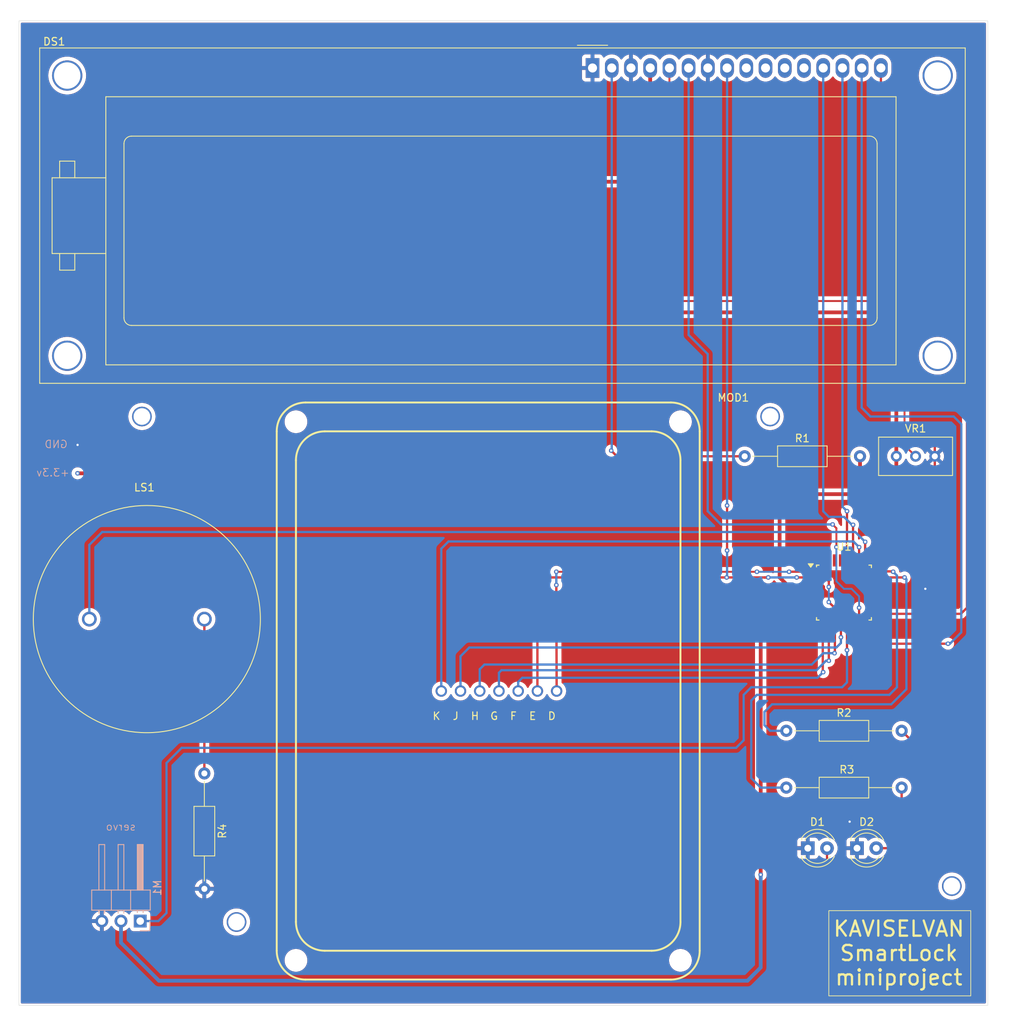
<source format=kicad_pcb>
(kicad_pcb (version 20240108) (generator "pcbnew") (generator_version "8.0")
  (title_block (title "Smart lock") (date "2024-07-17") (rev "v1") (company "kavi") (comment 1 "home automation door smart lock"))
  (layers (0 "F.Cu" signal) (31 "B.Cu" signal) (34 "B.Paste" user) (35 "F.Paste" user) (36 "B.SilkS" user "B.Silkscreen") (37 "F.SilkS" user "F.Silkscreen") (38 "B.Mask" user) (39 "F.Mask" user) (44 "Edge.Cuts" user))
  (net 0 "")
  (net 1 "GND")
  (net 2 "Net-(D1-A)")
  (net 3 "Net-(D2-A)")
  (net 4 "/DB4")
  (net 6 "Net-(DS1-LEDA)")
  (net 7 "/RS")
  (net 8 "+3.3V")
  (net 9 "/DB7")
  (net 11 "/E")
  (net 12 "/DB6")
  (net 13 "/DB5")
  (net 14 "/POTM")
  (net 17 "Net-(LS1-Pad2)")
  (net 18 "/piezo")
  (net 19 "/servo")
  (net 20 "/G")
  (net 21 "/F")
  (net 22 "/D")
  (net 23 "/H")
  (net 24 "/K")
  (net 25 "/J")
  (net 26 "/R LED")
  (net 27 "/G LED")
  (footprint "LED_THT:LED_D4.0mm" (layer "F.Cu") (at 159.225 137.25)
    (property "Reference" "D1" (at 1.27 -3.46 0) (layer "F.SilkS"))
    (property "Value" "R")
    (fp_line (start -0.79 -1.399) (end -0.79 -1.08) (stroke (width 0.12)) (layer "F.SilkS"))
    (fp_line (start -0.79 1.08) (end -0.79 1.399) (stroke (width 0.12)) (layer "F.SilkS"))
    (fp_arc (start -0.79 -1.398749) (mid 1.453519 -2.483228) (end 3.513242 -1.080724) (stroke (width 0.12)) (layer "F.SilkS"))
    (fp_arc (start -0.41333 -1.08) (mid 1.269429 -2) (end 2.952713 -1.080961) (stroke (width 0.12)) (layer "F.SilkS"))
    (fp_arc (start 2.952713 1.080961) (mid 1.269429 2) (end -0.41333 1.08) (stroke (width 0.12)) (layer "F.SilkS"))
    (fp_arc (start 3.513242 1.080724) (mid 1.453519 2.483228) (end -0.79 1.398749) (stroke (width 0.12)) (layer "F.SilkS"))
    (pad "1" thru_hole rect (at 0 0) (size 1.8 1.8) (drill 0.9) (layers "*.Cu" "*.Mask") (net 1 "GND"))
    (pad "2" thru_hole circle (at 2.54 0) (size 1.8 1.8) (drill 0.9) (layers "*.Cu" "*.Mask") (net 2 "Net-(D1-A)"))
  )
  (footprint "88AB2:KEYPAD-3X4-REAR-MOUNT" (layer "F.Cu") (at 117 116.5)
    (property "Reference" "MOD1" (at 32.385 -38.735 0) (layer "F.SilkS"))
    (property "Value" "88AB2")
    (fp_line (start -27.94 34.29) (end -27.94 -34.29) (stroke (width 0.254)) (layer "F.SilkS"))
    (fp_line (start -25.4 30.48) (end -25.4 -30.48) (stroke (width 0.254)) (layer "F.SilkS"))
    (fp_line (start -24.13 -38.1) (end 24.13 -38.1) (stroke (width 0.254)) (layer "F.SilkS"))
    (fp_line (start -21.59 -34.29) (end 21.59 -34.29) (stroke (width 0.254)) (layer "F.SilkS"))
    (fp_line (start 21.59 34.29) (end -21.59 34.29) (stroke (width 0.254)) (layer "F.SilkS"))
    (fp_line (start 24.13 38.1) (end -24.13 38.1) (stroke (width 0.254)) (layer "F.SilkS"))
    (fp_line (start 25.4 -30.48) (end 25.4 30.48) (stroke (width 0.254)) (layer "F.SilkS"))
    (fp_line (start 27.94 -34.29) (end 27.94 34.29) (stroke (width 0.254)) (layer "F.SilkS"))
    (fp_arc (start -27.94 -34.29) (mid -26.824077 -36.984077) (end -24.13 -38.1) (stroke (width 0.254)) (layer "F.SilkS"))
    (fp_arc (start -25.4 -30.48) (mid -24.284077 -33.174077) (end -21.59 -34.29) (stroke (width 0.254)) (layer "F.SilkS"))
    (fp_arc (start -24.13 38.1) (mid -26.824077 36.984077) (end -27.94 34.29) (stroke (width 0.254)) (layer "F.SilkS"))
    (fp_arc (start -21.59 34.29) (mid -24.284077 33.174077) (end -25.4 30.48) (stroke (width 0.254)) (layer "F.SilkS"))
    (fp_arc (start 21.59 -34.29) (mid 24.284077 -33.174077) (end 25.4 -30.48) (stroke (width 0.254)) (layer "F.SilkS"))
    (fp_arc (start 24.13 -38.1) (mid 26.824077 -36.984077) (end 27.94 -34.29) (stroke (width 0.254)) (layer "F.SilkS"))
    (fp_arc (start 25.4 30.48) (mid 24.284077 33.174077) (end 21.59 34.29) (stroke (width 0.254)) (layer "F.SilkS"))
    (fp_arc (start 27.94 34.29) (mid 26.824077 36.984077) (end 24.13 38.1) (stroke (width 0.254)) (layer "F.SilkS"))
    (fp_text user "E" (at 5.865 3.302 0) (layer "F.SilkS"))
    (fp_text user "K" (at -6.835 3.302 0) (layer "F.SilkS"))
    (fp_text user "F" (at 3.325 3.302 0) (layer "F.SilkS"))
    (fp_text user "D" (at 8.405 3.302 0) (layer "F.SilkS"))
    (fp_text user "J" (at -4.295 3.302 0) (layer "F.SilkS"))
    (fp_text user "H" (at -1.755 3.302 0) (layer "F.SilkS"))
    (fp_text user "G" (at 0.785 3.302 0) (layer "F.SilkS"))
    (pad "" np_thru_hole circle (at -25.4 -35.56) (size 2.5146 2.5146) (drill 2.5146) (layers "*.Cu" "*.Mask"))
    (pad "" np_thru_hole circle (at -25.4 35.56) (size 2.5146 2.5146) (drill 2.5146) (layers "*.Cu" "*.Mask"))
    (pad "" np_thru_hole circle (at 25.4 -35.56) (size 2.5146 2.5146) (drill 2.5146) (layers "*.Cu" "*.Mask"))
    (pad "" np_thru_hole circle (at 25.4 35.56) (size 2.5146 2.5146) (drill 2.5146) (layers "*.Cu" "*.Mask"))
    (pad "D" thru_hole circle (at 9.04 0) (size 1.508 1.508) (drill 1) (layers "*.Cu" "*.Mask") (net 22 "/D"))
    (pad "E" thru_hole circle (at 6.5 0) (size 1.508 1.508) (drill 1) (layers "*.Cu" "*.Mask") (net 11 "/E"))
    (pad "F" thru_hole circle (at 3.96 0) (size 1.508 1.508) (drill 1) (layers "*.Cu" "*.Mask") (net 21 "/F"))
    (pad "G" thru_hole circle (at 1.42 0) (size 1.508 1.508) (drill 1) (layers "*.Cu" "*.Mask") (net 20 "/G"))
    (pad "H" thru_hole circle (at -1.12 0) (size 1.508 1.508) (drill 1) (layers "*.Cu" "*.Mask") (net 23 "/H"))
    (pad "J" thru_hole circle (at -3.66 0) (size 1.508 1.508) (drill 1) (layers "*.Cu" "*.Mask") (net 25 "/J"))
    (pad "K" thru_hole circle (at -6.2 0) (size 1.508 1.508) (drill 1) (layers "*.Cu" "*.Mask") (net 24 "/K"))
  )
  (footprint "Potentiometer_THT:Potentiometer_Bourns_3296W_Vertical" (layer "F.Cu") (at 176 85.5)
    (property "Reference" "VR1" (at -2.54 -3.66 0) (layer "F.SilkS"))
    (property "Value" "3296W")
    (fp_line (start -7.425 -2.53) (end -7.425 2.54) (stroke (width 0.12)) (layer "F.SilkS"))
    (fp_line (start -7.425 -2.53) (end 2.345 -2.53) (stroke (width 0.12)) (layer "F.SilkS"))
    (fp_line (start -7.425 2.54) (end 2.345 2.54) (stroke (width 0.12)) (layer "F.SilkS"))
    (fp_line (start 2.345 -2.53) (end 2.345 2.54) (stroke (width 0.12)) (layer "F.SilkS"))
    (pad "1" thru_hole circle (at 0 0) (size 1.44 1.44) (drill 0.8) (layers "*.Cu" "*.Mask") (net 1 "GND"))
    (pad "2" thru_hole circle (at -2.54 0) (size 1.44 1.44) (drill 0.8) (layers "*.Cu" "*.Mask") (net 14 "/POTM"))
    (pad "3" thru_hole circle (at -5.08 0) (size 1.44 1.44) (drill 0.8) (layers "*.Cu" "*.Mask") (net 8 "+3.3V"))
  )
  (footprint "LED_THT:LED_D4.0mm" (layer "F.Cu") (at 165.725 137.25)
    (property "Reference" "D2" (at 1.27 -3.46 0) (layer "F.SilkS"))
    (property "Value" "G")
    (fp_line (start -0.79 -1.399) (end -0.79 -1.08) (stroke (width 0.12)) (layer "F.SilkS"))
    (fp_line (start -0.79 1.08) (end -0.79 1.399) (stroke (width 0.12)) (layer "F.SilkS"))
    (fp_arc (start -0.79 -1.398749) (mid 1.453519 -2.483228) (end 3.513242 -1.080724) (stroke (width 0.12)) (layer "F.SilkS"))
    (fp_arc (start -0.41333 -1.08) (mid 1.269429 -2) (end 2.952713 -1.080961) (stroke (width 0.12)) (layer "F.SilkS"))
    (fp_arc (start 2.952713 1.080961) (mid 1.269429 2) (end -0.41333 1.08) (stroke (width 0.12)) (layer "F.SilkS"))
    (fp_arc (start 3.513242 1.080724) (mid 1.453519 2.483228) (end -0.79 1.398749) (stroke (width 0.12)) (layer "F.SilkS"))
    (pad "1" thru_hole rect (at 0 0) (size 1.8 1.8) (drill 0.9) (layers "*.Cu" "*.Mask") (net 1 "GND"))
    (pad "2" thru_hole circle (at 2.54 0) (size 1.8 1.8) (drill 0.9) (layers "*.Cu" "*.Mask") (net 3 "Net-(D2-A)"))
  )
  (footprint "Resistor_THT:R_Axial_DIN0207_L6.3mm_D2.5mm_P15.24mm_Horizontal" (layer "F.Cu") (at 156.38 129.25)
    (property "Reference" "R3" (at 8 -2.37 0) (layer "F.SilkS"))
    (property "Value" "330")
    (fp_line (start 1.04 0) (end 4.35 0) (stroke (width 0.12)) (layer "F.SilkS"))
    (fp_line (start 4.35 -1.37) (end 4.35 1.37) (stroke (width 0.12)) (layer "F.SilkS"))
    (fp_line (start 4.35 1.37) (end 10.89 1.37) (stroke (width 0.12)) (layer "F.SilkS"))
    (fp_line (start 10.89 -1.37) (end 4.35 -1.37) (stroke (width 0.12)) (layer "F.SilkS"))
    (fp_line (start 10.89 1.37) (end 10.89 -1.37) (stroke (width 0.12)) (layer "F.SilkS"))
    (fp_line (start 14.2 0) (end 10.89 0) (stroke (width 0.12)) (layer "F.SilkS"))
    (pad "1" thru_hole circle (at 0 0) (size 1.6 1.6) (drill 0.8) (layers "*.Cu" "*.Mask") (net 27 "/G LED"))
    (pad "2" thru_hole oval (at 15.24 0) (size 1.6 1.6) (drill 0.8) (layers "*.Cu" "*.Mask") (net 3 "Net-(D2-A)"))
  )
  (footprint "" (layer "F.Cu") (at 178.25 142.25)
    (property "Reference" "" (at 0 0 0) (layer "F.SilkS") (effects (font (size 1.27 1.27))))
    (property "Value" "")
    (pad "1" thru_hole circle (at 0 0) (size 2.6 2.6) (drill 2.2) (layers "*.Cu" "*.Mask"))
  )
  (footprint "Resistor_THT:R_Axial_DIN0207_L6.3mm_D2.5mm_P15.24mm_Horizontal" (layer "F.Cu") (at 156.38 121.75)
    (property "Reference" "R2" (at 7.62 -2.37 0) (layer "F.SilkS"))
    (property "Value" "330")
    (fp_line (start 1.04 0) (end 4.35 0) (stroke (width 0.12)) (layer "F.SilkS"))
    (fp_line (start 4.35 -1.37) (end 4.35 1.37) (stroke (width 0.12)) (layer "F.SilkS"))
    (fp_line (start 4.35 1.37) (end 10.89 1.37) (stroke (width 0.12)) (layer "F.SilkS"))
    (fp_line (start 10.89 -1.37) (end 4.35 -1.37) (stroke (width 0.12)) (layer "F.SilkS"))
    (fp_line (start 10.89 1.37) (end 10.89 -1.37) (stroke (width 0.12)) (layer "F.SilkS"))
    (fp_line (start 14.2 0) (end 10.89 0) (stroke (width 0.12)) (layer "F.SilkS"))
    (pad "1" thru_hole circle (at 0 0) (size 1.6 1.6) (drill 0.8) (layers "*.Cu" "*.Mask") (net 26 "/R LED"))
    (pad "2" thru_hole oval (at 15.24 0) (size 1.6 1.6) (drill 0.8) (layers "*.Cu" "*.Mask") (net 2 "Net-(D1-A)"))
  )
  (footprint "Resistor_THT:R_Axial_DIN0207_L6.3mm_D2.5mm_P15.24mm_Horizontal" (layer "F.Cu") (at 150.88 85.5)
    (property "Reference" "R1" (at 7.62 -2.37 0) (layer "F.SilkS"))
    (property "Value" "330")
    (fp_line (start 1.04 0) (end 4.35 0) (stroke (width 0.12)) (layer "F.SilkS"))
    (fp_line (start 4.35 -1.37) (end 4.35 1.37) (stroke (width 0.12)) (layer "F.SilkS"))
    (fp_line (start 4.35 1.37) (end 10.89 1.37) (stroke (width 0.12)) (layer "F.SilkS"))
    (fp_line (start 10.89 -1.37) (end 4.35 -1.37) (stroke (width 0.12)) (layer "F.SilkS"))
    (fp_line (start 10.89 1.37) (end 10.89 -1.37) (stroke (width 0.12)) (layer "F.SilkS"))
    (fp_line (start 14.2 0) (end 10.89 0) (stroke (width 0.12)) (layer "F.SilkS"))
    (pad "1" thru_hole circle (at 0 0) (size 1.6 1.6) (drill 0.8) (layers "*.Cu" "*.Mask") (net 6 "Net-(DS1-LEDA)"))
    (pad "2" thru_hole oval (at 15.24 0) (size 1.6 1.6) (drill 0.8) (layers "*.Cu" "*.Mask") (net 8 "+3.3V"))
  )
  (footprint "CEP-1116:CUI_CEP-1116" (layer "F.Cu") (at 71.9 107)
    (property "Reference" "LS1" (at -0.325615 -17.377905 0) (layer "F.SilkS") (effects (font (size 1.001898 1.001898))))
    (property "Value" "CEP-1116")
    (fp_circle (center 0 0) (end 15 0) (stroke (width 0.127)) (fill none) (layer "F.SilkS"))
    (pad "1" thru_hole circle (at -7.6 0) (size 1.95 1.95) (drill 1.3) (layers "*.Cu" "*.Mask") (net 18 "/piezo"))
    (pad "2" thru_hole circle (at 7.6 0) (size 1.95 1.95) (drill 1.3) (layers "*.Cu" "*.Mask") (net 17 "Net-(LS1-Pad2)"))
  )
  (footprint "Resistor_THT:R_Axial_DIN0207_L6.3mm_D2.5mm_P15.24mm_Horizontal" (layer "F.Cu") (at 79.5 127.38 -90)
    (property "Reference" "R4" (at 7.62 -2.37 90) (layer "F.SilkS"))
    (property "Value" "100")
    (fp_line (start 4.35 1.37) (end 10.89 1.37) (stroke (width 0.12)) (layer "F.SilkS"))
    (fp_line (start 10.89 1.37) (end 10.89 -1.37) (stroke (width 0.12)) (layer "F.SilkS"))
    (fp_line (start 1.04 0) (end 4.35 0) (stroke (width 0.12)) (layer "F.SilkS"))
    (fp_line (start 14.2 0) (end 10.89 0) (stroke (width 0.12)) (layer "F.SilkS"))
    (fp_line (start 4.35 -1.37) (end 4.35 1.37) (stroke (width 0.12)) (layer "F.SilkS"))
    (fp_line (start 10.89 -1.37) (end 4.35 -1.37) (stroke (width 0.12)) (layer "F.SilkS"))
    (pad "1" thru_hole circle (at 0 0 270) (size 1.6 1.6) (drill 0.8) (layers "*.Cu" "*.Mask") (net 17 "Net-(LS1-Pad2)"))
    (pad "2" thru_hole oval (at 15.24 0 270) (size 1.6 1.6) (drill 0.8) (layers "*.Cu" "*.Mask") (net 1 "GND"))
  )
  (footprint "" (layer "F.Cu") (at 83.75 147)
    (property "Reference" "" (at 0 0 0) (layer "F.SilkS") (effects (font (size 1.27 1.27))))
    (property "Value" "")
    (pad "1" thru_hole circle (at 0 0) (size 2.6 2.6) (drill 2.2) (layers "*.Cu" "*.Mask"))
  )
  (footprint "Package_QFP:TQFP-32_7x7mm_P0.8mm" (layer "F.Cu") (at 164 103.5)
    (property "Reference" "U1" (at 0 -6.05 0) (layer "F.SilkS"))
    (property "Value" "ATmega328P-A")
    (fp_line (start -3.625 -3.625) (end -3.625 -3.4) (stroke (width 0.15)) (layer "F.SilkS"))
    (fp_line (start -3.625 -3.625) (end -3.3 -3.625) (stroke (width 0.15)) (layer "F.SilkS"))
    (fp_line (start -3.625 3.625) (end -3.625 3.3) (stroke (width 0.15)) (layer "F.SilkS"))
    (fp_line (start -3.625 3.625) (end -3.3 3.625) (stroke (width 0.15)) (layer "F.SilkS"))
    (fp_line (start 3.625 -3.625) (end 3.3 -3.625) (stroke (width 0.15)) (layer "F.SilkS"))
    (fp_line (start 3.625 -3.625) (end 3.625 -3.3) (stroke (width 0.15)) (layer "F.SilkS"))
    (fp_line (start 3.625 3.625) (end 3.3 3.625) (stroke (width 0.15)) (layer "F.SilkS"))
    (fp_line (start 3.625 3.625) (end 3.625 3.3) (stroke (width 0.15)) (layer "F.SilkS"))
    (fp_poly (pts (xy -4.39 -3.34) (xy -4.73 -3.81) (xy -4.05 -3.81) (xy -4.39 -3.34)) (stroke (width 0.12)) (fill solid) (layer "F.SilkS"))
    (pad "1" smd rect (at -4.25 -2.8) (size 1.6 0.55) (layers "F.Cu" "F.Paste" "F.Mask") (net 22 "/D"))
    (pad "2" smd rect (at -4.25 -2) (size 1.6 0.55) (layers "F.Cu" "F.Paste" "F.Mask") (net 11 "/E"))
    (pad "3" smd rect (at -4.25 -1.2) (size 1.6 0.55) (layers "F.Cu" "F.Paste" "F.Mask") (net 1 "GND"))
    (pad "4" smd rect (at -4.25 -0.4) (size 1.6 0.55) (layers "F.Cu" "F.Paste" "F.Mask") (net 8 "+3.3V"))
    (pad "5" smd rect (at -4.25 0.4) (size 1.6 0.55) (layers "F.Cu" "F.Paste" "F.Mask") (net 1 "GND"))
    (pad "6" smd rect (at -4.25 1.2) (size 1.6 0.55) (layers "F.Cu" "F.Paste" "F.Mask") (net 8 "+3.3V"))
    (pad "7" smd rect (at -4.25 2) (size 1.6 0.55) (layers "F.Cu" "F.Paste" "F.Mask"))
    (pad "8" smd rect (at -4.25 2.8) (size 1.6 0.55) (layers "F.Cu" "F.Paste" "F.Mask"))
    (pad "9" smd rect (at -2.8 4.25 90) (size 1.6 0.55) (layers "F.Cu" "F.Paste" "F.Mask") (net 21 "/F"))
    (pad "10" smd rect (at -2 4.25 90) (size 1.6 0.55) (layers "F.Cu" "F.Paste" "F.Mask") (net 20 "/G"))
    (pad "11" smd rect (at -1.2 4.25 90) (size 1.6 0.55) (layers "F.Cu" "F.Paste" "F.Mask") (net 23 "/H"))
    (pad "12" smd rect (at -0.4 4.25 90) (size 1.6 0.55) (layers "F.Cu" "F.Paste" "F.Mask") (net 25 "/J"))
    (pad "13" smd rect (at 0.4 4.25 90) (size 1.6 0.55) (layers "F.Cu" "F.Paste" "F.Mask") (net 19 "/servo"))
    (pad "14" smd rect (at 1.2 4.25 90) (size 1.6 0.55) (layers "F.Cu" "F.Paste" "F.Mask") (net 11 "/E"))
    (pad "15" smd rect (at 2 4.25 90) (size 1.6 0.55) (layers "F.Cu" "F.Paste" "F.Mask") (net 7 "/RS"))
    (pad "16" smd rect (at 2.8 4.25 90) (size 1.6 0.55) (layers "F.Cu" "F.Paste" "F.Mask") (net 12 "/DB6"))
    (pad "17" smd rect (at 4.25 2.8) (size 1.6 0.55) (layers "F.Cu" "F.Paste" "F.Mask") (net 9 "/DB7"))
    (pad "18" smd rect (at 4.25 2) (size 1.6 0.55) (layers "F.Cu" "F.Paste" "F.Mask"))
    (pad "19" smd rect (at 4.25 1.2) (size 1.6 0.55) (layers "F.Cu" "F.Paste" "F.Mask"))
    (pad "20" smd rect (at 4.25 0.4) (size 1.6 0.55) (layers "F.Cu" "F.Paste" "F.Mask"))
    (pad "21" smd rect (at 4.25 -0.4) (size 1.6 0.55) (layers "F.Cu" "F.Paste" "F.Mask") (net 1 "GND"))
    (pad "22" smd rect (at 4.25 -1.2) (size 1.6 0.55) (layers "F.Cu" "F.Paste" "F.Mask"))
    (pad "23" smd rect (at 4.25 -2) (size 1.6 0.55) (layers "F.Cu" "F.Paste" "F.Mask") (net 26 "/R LED"))
    (pad "24" smd rect (at 4.25 -2.8) (size 1.6 0.55) (layers "F.Cu" "F.Paste" "F.Mask") (net 27 "/G LED"))
    (pad "25" smd rect (at 2.8 -4.25 90) (size 1.6 0.55) (layers "F.Cu" "F.Paste" "F.Mask") (net 18 "/piezo"))
    (pad "26" smd rect (at 2 -4.25 90) (size 1.6 0.55) (layers "F.Cu" "F.Paste" "F.Mask") (net 24 "/K"))
    (pad "27" smd rect (at 1.2 -4.25 90) (size 1.6 0.55) (layers "F.Cu" "F.Paste" "F.Mask") (net 4 "/DB4"))
    (pad "28" smd rect (at 0.4 -4.25 90) (size 1.6 0.55) (layers "F.Cu" "F.Paste" "F.Mask") (net 13 "/DB5"))
    (pad "29" smd rect (at -0.4 -4.25 90) (size 1.6 0.55) (layers "F.Cu" "F.Paste" "F.Mask"))
    (pad "30" smd rect (at -1.2 -4.25 90) (size 1.6 0.55) (layers "F.Cu" "F.Paste" "F.Mask"))
    (pad "31" smd rect (at -2 -4.25 90) (size 1.6 0.55) (layers "F.Cu" "F.Paste" "F.Mask"))
    (pad "32" smd rect (at -2.8 -4.25 90) (size 1.6 0.55) (layers "F.Cu" "F.Paste" "F.Mask"))
  )
  (footprint "Display:HY1602E" (layer "F.Cu") (at 130.78 34.225)
    (property "Reference" "DS1" (at -71.12 -3.48 0) (layer "F.SilkS"))
    (property "Value" "HY1602E")
    (fp_line (start -73.04 -2.64) (end -73.04 41.64) (stroke (width 0.12)) (layer "F.SilkS"))
    (fp_line (start -73.04 -2.64) (end 49.24 -2.64) (stroke (width 0.12)) (layer "F.SilkS"))
    (fp_line (start -71.4 14.5) (end -64.3 14.5) (stroke (width 0.12)) (layer "F.SilkS"))
    (fp_line (start -71.4 24.5) (end -71.4 14.5) (stroke (width 0.12)) (layer "F.SilkS"))
    (fp_line (start -70.4 12.3) (end -70.4 14.5) (stroke (width 0.12)) (layer "F.SilkS"))
    (fp_line (start -70.4 26.7) (end -70.4 24.5) (stroke (width 0.12)) (layer "F.SilkS"))
    (fp_line (start -68.4 12.3) (end -70.4 12.3) (stroke (width 0.12)) (layer "F.SilkS"))
    (fp_line (start -68.4 14.5) (end -68.4 12.3) (stroke (width 0.12)) (layer "F.SilkS"))
    (fp_line (start -68.4 24.5) (end -68.4 26.7) (stroke (width 0.12)) (layer "F.SilkS"))
    (fp_line (start -68.4 26.7) (end -70.4 26.7) (stroke (width 0.12)) (layer "F.SilkS"))
    (fp_line (start -64.3 3.8) (end 40.1 3.8) (stroke (width 0.12)) (layer "F.SilkS"))
    (fp_line (start -64.3 24.5) (end -71.4 24.5) (stroke (width 0.12)) (layer "F.SilkS"))
    (fp_line (start -64.3 39.2) (end -64.3 3.8) (stroke (width 0.12)) (layer "F.SilkS"))
    (fp_line (start -61.9 33) (end -61.9 10) (stroke (width 0.12)) (layer "F.SilkS"))
    (fp_line (start -60.9 9) (end 36.6 9) (stroke (width 0.12)) (layer "F.SilkS"))
    (fp_line (start -2 -3) (end 2 -3) (stroke (width 0.12)) (layer "F.SilkS"))
    (fp_line (start 36.6 34) (end -60.9 34) (stroke (width 0.12)) (layer "F.SilkS"))
    (fp_line (start 37.6 10) (end 37.6 33) (stroke (width 0.12)) (layer "F.SilkS"))
    (fp_line (start 40.1 3.8) (end 40.1 39.2) (stroke (width 0.12)) (layer "F.SilkS"))
    (fp_line (start 40.1 39.2) (end -64.3 39.2) (stroke (width 0.12)) (layer "F.SilkS"))
    (fp_line (start 49.24 -2.64) (end 49.24 41.64) (stroke (width 0.12)) (layer "F.SilkS"))
    (fp_line (start 49.24 41.64) (end -73.04 41.64) (stroke (width 0.12)) (layer "F.SilkS"))
    (fp_arc (start -61.9 10) (mid -61.607107 9.292893) (end -60.9 9) (stroke (width 0.12)) (layer "F.SilkS"))
    (fp_arc (start -60.9 34) (mid -61.607107 33.707107) (end -61.9 33) (stroke (width 0.12)) (layer "F.SilkS"))
    (fp_arc (start 36.6 9) (mid 37.307107 9.292893) (end 37.6 10) (stroke (width 0.12)) (layer "F.SilkS"))
    (fp_arc (start 37.6 33) (mid 37.307107 33.707107) (end 36.6 34) (stroke (width 0.12)) (layer "F.SilkS"))
    (pad "" thru_hole circle (at -69.40042 1.00076 180) (size 4 4) (drill 3.5) (layers "*.Cu" "*.Mask"))
    (pad "" thru_hole circle (at -69.40042 38.00094 180) (size 4 4) (drill 3.5) (layers "*.Cu" "*.Mask"))
    (pad "" thru_hole circle (at 45.60062 1.00076 180) (size 4 4) (drill 3.5) (layers "*.Cu" "*.Mask"))
    (pad "" thru_hole circle (at 45.60062 38.00094 180) (size 4 4) (drill 3.5) (layers "*.Cu" "*.Mask"))
    (pad "1" thru_hole rect (at 0 0 180) (size 1.8 2.6) (drill 1.2) (layers "*.Cu" "*.Mask") (net 1 "GND"))
    (pad "2" thru_hole oval (at 2.54 0 180) (size 1.8 2.6) (drill 1.2) (layers "*.Cu" "*.Mask") (net 6 "Net-(DS1-LEDA)"))
    (pad "3" thru_hole oval (at 5.08 0 180) (size 1.8 2.6) (drill 1.2) (layers "*.Cu" "*.Mask") (net 1 "GND"))
    (pad "4" thru_hole oval (at 7.62 0 180) (size 1.8 2.6) (drill 1.2) (layers "*.Cu" "*.Mask") (net 8 "+3.3V"))
    (pad "5" thru_hole oval (at 10.16 0 180) (size 1.8 2.6) (drill 1.2) (layers "*.Cu" "*.Mask") (net 14 "/POTM"))
    (pad "6" thru_hole oval (at 12.7 0 180) (size 1.8 2.6) (drill 1.2) (layers "*.Cu" "*.Mask") (net 7 "/RS"))
    (pad "7" thru_hole oval (at 15.24 0 180) (size 1.8 2.6) (drill 1.2) (layers "*.Cu" "*.Mask") (net 1 "GND"))
    (pad "8" thru_hole oval (at 17.78 0 180) (size 1.8 2.6) (drill 1.2) (layers "*.Cu" "*.Mask") (net 11 "/E"))
    (pad "9" thru_hole oval (at 20.32 0 180) (size 1.8 2.6) (drill 1.2) (layers "*.Cu" "*.Mask"))
    (pad "10" thru_hole oval (at 22.86 0 180) (size 1.8 2.6) (drill 1.2) (layers "*.Cu" "*.Mask"))
    (pad "11" thru_hole oval (at 25.4 0 180) (size 1.8 2.6) (drill 1.2) (layers "*.Cu" "*.Mask"))
    (pad "12" thru_hole oval (at 27.94 0 180) (size 1.8 2.6) (drill 1.2) (layers "*.Cu" "*.Mask"))
    (pad "13" thru_hole oval (at 30.48 0 180) (size 1.8 2.6) (drill 1.2) (layers "*.Cu" "*.Mask") (net 4 "/DB4"))
    (pad "14" thru_hole oval (at 33.02 0 180) (size 1.8 2.6) (drill 1.2) (layers "*.Cu" "*.Mask") (net 13 "/DB5"))
    (pad "15" thru_hole oval (at 35.56 0 180) (size 1.8 2.6) (drill 1.2) (layers "*.Cu" "*.Mask") (net 12 "/DB6"))
    (pad "16" thru_hole oval (at 38.1 0 180) (size 1.8 2.6) (drill 1.2) (layers "*.Cu" "*.Mask") (net 9 "/DB7"))
  )
  (footprint "" (layer "F.Cu") (at 71.25 80.25)
    (property "Reference" "" (at 0 0 0) (layer "F.SilkS") (effects (font (size 1.27 1.27))))
    (property "Value" "")
    (pad "1" thru_hole circle (at 0 0) (size 2.6 2.6) (drill 2.2) (layers "*.Cu" "*.Mask"))
  )
  (footprint "" (layer "F.Cu") (at 154.25 80.25)
    (property "Reference" "" (at 0 0 0) (layer "F.SilkS") (effects (font (size 1.27 1.27))))
    (property "Value" "")
    (pad "1" thru_hole circle (at 0 0) (size 2.6 2.6) (drill 2.2) (layers "*.Cu" "*.Mask"))
  )
  (footprint "Connector_PinHeader_2.54mm:PinHeader_1x03_P2.54mm_Horizontal" (layer "B.Cu") (at 71.025 146.875 90)
    (property "Reference" "M1" (at 4.385 2.27 -90) (layer "B.SilkS") (effects (justify mirror)))
    (property "Value" "Motor_Servo")
    (fp_line (start 4.1 -6.41) (end 1.44 -6.41) (stroke (width 0.12)) (layer "B.SilkS"))
    (fp_line (start 1.44 -6.41) (end 1.44 1.33) (stroke (width 0.12)) (layer "B.SilkS"))
    (fp_line (start 10.1 -5.46) (end 10.1 -4.7) (stroke (width 0.12)) (layer "B.SilkS"))
    (fp_line (start 4.1 -5.46) (end 10.1 -5.46) (stroke (width 0.12)) (layer "B.SilkS"))
    (fp_line (start 1.44 -5.46) (end 1.042929 -5.46) (stroke (width 0.12)) (layer "B.SilkS"))
    (fp_line (start 10.1 -4.7) (end 4.1 -4.7) (stroke (width 0.12)) (layer "B.SilkS"))
    (fp_line (start 1.44 -4.7) (end 1.042929 -4.7) (stroke (width 0.12)) (layer "B.SilkS"))
    (fp_line (start 4.1 -3.81) (end 1.44 -3.81) (stroke (width 0.12)) (layer "B.SilkS"))
    (fp_line (start 10.1 -2.92) (end 10.1 -2.16) (stroke (width 0.12)) (layer "B.SilkS"))
    (fp_line (start 4.1 -2.92) (end 10.1 -2.92) (stroke (width 0.12)) (layer "B.SilkS"))
    (fp_line (start 1.44 -2.92) (end 1.042929 -2.92) (stroke (width 0.12)) (layer "B.SilkS"))
    (fp_line (start 10.1 -2.16) (end 4.1 -2.16) (stroke (width 0.12)) (layer "B.SilkS"))
    (fp_line (start 1.44 -2.16) (end 1.042929 -2.16) (stroke (width 0.12)) (layer "B.SilkS"))
    (fp_line (start 4.1 -1.27) (end 1.44 -1.27) (stroke (width 0.12)) (layer "B.SilkS"))
    (fp_line (start 10.1 -0.38) (end 10.1 0.38) (stroke (width 0.12)) (layer "B.SilkS"))
    (fp_line (start 4.1 -0.38) (end 10.1 -0.38) (stroke (width 0.12)) (layer "B.SilkS"))
    (fp_line (start 1.44 -0.38) (end 1.11 -0.38) (stroke (width 0.12)) (layer "B.SilkS"))
    (fp_line (start 10.1 -0.28) (end 4.1 -0.28) (stroke (width 0.12)) (layer "B.SilkS"))
    (fp_line (start 10.1 -0.16) (end 4.1 -0.16) (stroke (width 0.12)) (layer "B.SilkS"))
    (fp_line (start 10.1 -0.04) (end 4.1 -0.04) (stroke (width 0.12)) (layer "B.SilkS"))
    (fp_line (start 10.1 0.08) (end 4.1 0.08) (stroke (width 0.12)) (layer "B.SilkS"))
    (fp_line (start 10.1 0.2) (end 4.1 0.2) (stroke (width 0.12)) (layer "B.SilkS"))
    (fp_line (start 10.1 0.32) (end 4.1 0.32) (stroke (width 0.12)) (layer "B.SilkS"))
    (fp_line (start 10.1 0.38) (end 4.1 0.38) (stroke (width 0.12)) (layer "B.SilkS"))
    (fp_line (start 1.44 0.38) (end 1.11 0.38) (stroke (width 0.12)) (layer "B.SilkS"))
    (fp_line (start 0 1.27) (end -1.27 1.27) (stroke (width 0.12)) (layer "B.SilkS"))
    (fp_line (start -1.27 1.27) (end -1.27 0) (stroke (width 0.12)) (layer "B.SilkS"))
    (fp_line (start 4.1 1.33) (end 4.1 -6.41) (stroke (width 0.12)) (layer "B.SilkS"))
    (fp_line (start 1.44 1.33) (end 4.1 1.33) (stroke (width 0.12)) (layer "B.SilkS"))
    (pad "1" thru_hole rect (at 0 0 90) (size 1.7 1.7) (drill 1) (layers "*.Cu" "*.Mask") (net 19 "/servo"))
    (pad "2" thru_hole oval (at 0 -2.54 90) (size 1.7 1.7) (drill 1) (layers "*.Cu" "*.Mask") (net 8 "+3.3V"))
    (pad "3" thru_hole oval (at 0 -5.08 90) (size 1.7 1.7) (drill 1) (layers "*.Cu" "*.Mask") (net 1 "GND"))
  )
  (gr_rect (start 162 145.5) (end 180.75 156.75) (stroke (width 0.1)) (fill none) (layer "F.SilkS"))
  (gr_rect (start 55 28) (end 183 158) (stroke (width 0.05)) (fill none) (layer "Edge.Cuts"))
  (gr_text "servo" (at 70.5 135 0) (layer "B.SilkS") (effects (font (size 1 1) (thickness 0.1)) (justify left bottom mirror)))
  (gr_text "GND" (at 61.5 84.5 0) (layer "B.SilkS") (effects (font (size 1 1) (thickness 0.1)) (justify left bottom mirror)))
  (gr_text "+3.3v" (at 61.75 88.25 0) (layer "B.SilkS") (effects (font (size 1 1) (thickness 0.1)) (justify left bottom mirror)))
  (gr_text "KAVISELVAN\nSmartLock\nminiproject" (at 171.25 155.5 0) (layer "F.SilkS") (effects (font (size 2 2) (thickness 0.3)) (justify bottom)))
  (segment (start 130.78 44.97) (end 128.75 47) (width 0.3) (layer "F.Cu") (net 1))
  (segment (start 157 133) (end 156 134) (width 0.5) (layer "F.Cu") (net 1))
  (segment (start 161.25 103.060661) (end 162 103.810661) (width 0.5) (layer "F.Cu") (net 1))
  (segment (start 136.72 30) (end 135.86 30.86) (width 0.3) (layer "F.Cu") (net 1))
  (segment (start 130.78 34.225) (end 130.78 30.72) (width 0.3) (layer "F.Cu") (net 1))
  (segment (start 67.5 152.75) (end 65.945 151.195) (width 0.5) (layer "F.Cu") (net 1))
  (segment (start 155.5 141.5) (end 155.5 139) (width 0.5) (layer "F.Cu") (net 1))
  (segment (start 169.5 62.5) (end 173.5 66.5) (width 0.3) (layer "F.Cu") (net 1))
  (segment (start 174.85 103.1) (end 174.75 103) (width 0.2) (layer "F.Cu") (net 1))
  (segment (start 165.9 103.1) (end 168.25 103.1) (width 0.5) (layer "F.Cu") (net 1))
  (segment (start 176 85.5) (end 176 102) (width 0.3) (layer "F.Cu") (net 1))
  (segment (start 159.75 103.9) (end 162 103.9) (width 0.5) (layer "F.Cu") (net 1))
  (segment (start 176 102) (end 174.9 103.1) (width 0.3) (layer "F.Cu") (net 1))
  (segment (start 156 136) (end 157.25 137.25) (width 0.5) (layer "F.Cu") (net 1))
  (segment (start 154.38 142.62) (end 155.5 141.5) (width 0.5) (layer "F.Cu") (net 1))
  (segment (start 146.02 31.02) (end 145 30) (width 0.3) (layer "F.Cu") (net 1))
  (segment (start 65.945 151.195) (end 65.945 146.875) (width 0.5) (layer "F.Cu") (net 1))
  (segment (start 82 50.25) (end 82 82.25) (width 0.3) (layer "F.Cu") (net 1))
  (segment (start 165.725 134.725) (end 164.75 133.75) (width 0.5) (layer "F.Cu") (net 1))
  (segment (start 79.5 142.62) (end 79.5 150.25) (width 0.5) (layer "F.Cu") (net 1))
  (segment (start 82 82.25) (end 80.25 84) (width 0.3) (layer "F.Cu") (net 1))
  (segment (start 130.78 34.225) (end 130.78 44.97) (width 0.3) (layer "F.Cu") (net 1))
  (segment (start 146.02 34.225) (end 146.02 31.02) (width 0.3) (layer "F.Cu") (net 1))
  (segment (start 146.02 61.02) (end 147.5 62.5) (width 0.3) (layer "F.Cu") (net 1))
  (segment (start 156 134) (end 156 136) (width 0.5) (layer "F.Cu") (net 1))
  (segment (start 160.8 102.3) (end 161.25 102.75) (width 0.5) (layer "F.Cu") (net 1))
  (segment (start 135.86 30.86) (end 135.86 34.225) (width 0.3) (layer "F.Cu") (net 1))
  (segment (start 77 152.75) (end 67.5 152.75) (width 0.5) (layer "F.Cu") (net 1))
  (segment (start 85.25 47) (end 82 50.25) (width 0.3) (layer "F.Cu") (net 1))
  (segment (start 165.1 103.9) (end 165.9 103.1) (width 0.5) (layer "F.Cu") (net 1))
  (segment (start 164.75 133.75) (end 164 133) (width 0.5) (layer "F.Cu") (net 1))
  (segment (start 162 103.810661) (end 162 103.9) (width 0.5) (layer "F.Cu") (net 1))
  (segment (start 79.5 150.25) (end 77 152.75) (width 0.5) (layer "F.Cu") (net 1))
  (segment (start 174.75 103) (end 174.65 103.1) (width 0.2) (layer "F.Cu") (net 1))
  (segment (start 159.225 137.25) (end 157.25 137.25) (width 0.5) (layer "F.Cu") (net 1))
  (segment (start 80.25 84) (end 62.75 84) (width 0.3) (layer "F.Cu") (net 1))
  (segment (start 147.5 62.5) (end 169.5 62.5) (width 0.3) (layer "F.Cu") (net 1))
  (segment (start 145 30) (end 136.72 30) (width 0.3) (layer "F.Cu") (net 1))
  (segment (start 173.5 77.75) (end 176 80.25) (width 0.3) (layer "F.Cu") (net 1))
  (segment (start 161.25 102.75) (end 161.25 103.060661) (width 0.5) (layer "F.Cu") (net 1))
  (segment (start 130.78 30.72) (end 131.5 30) (width 0.3) (layer "F.Cu") (net 1))
  (segment (start 135 30) (end 135.86 30.86) (width 0.3) (layer "F.Cu") (net 1))
  (segment (start 162 103.9) (end 165.1 103.9) (width 0.5) (layer "F.Cu") (net 1))
  (segment (start 131.5 30) (end 135 30) (width 0.3) (layer "F.Cu") (net 1))
  (segment (start 155.5 139) (end 157.25 137.25) (width 0.5) (layer "F.Cu") (net 1))
  (segment (start 174.9 103.1) (end 174.85 103.1) (width 0.2) (layer "F.Cu") (net 1))
  (segment (start 79.5 142.62) (end 154.38 142.62) (width 0.5) (layer "F.Cu") (net 1))
  (segment (start 165.725 137.25) (end 165.725 134.725) (width 0.5) (layer "F.Cu") (net 1))
  (segment (start 174.65 103.1) (end 168.25 103.1) (width 0.5) (layer "F.Cu") (net 1))
  (segment (start 176 80.25) (end 176 85.5) (width 0.3) (layer "F.Cu") (net 1))
  (segment (start 164 133) (end 157 133) (width 0.5) (layer "F.Cu") (net 1))
  (segment (start 173.5 66.5) (end 173.5 77.75) (width 0.3) (layer "F.Cu") (net 1))
  (segment (start 128.75 47) (end 85.25 47) (width 0.3) (layer "F.Cu") (net 1))
  (segment (start 159.75 102.3) (end 160.8 102.3) (width 0.5) (layer "F.Cu") (net 1))
  (segment (start 146.02 34.225) (end 146.02 61.02) (width 0.3) (layer "F.Cu") (net 1))
  (via (at 62.75 84) (size 0.6) (drill 0.3) (layers "F.Cu" "B.Cu") (net 1))
  (via (at 174.75 103) (size 0.6) (drill 0.3) (layers "F.Cu" "B.Cu") (net 1))
  (via (at 164.75 133.75) (size 0.6) (drill 0.3) (layers "F.Cu" "B.Cu") (net 1))
  (segment (start 175.25 103.5) (end 174.75 103) (width 0.25) (layer "B.Cu") (net 1))
  (segment (start 175.25 132) (end 175.25 103.5) (width 0.25) (layer "B.Cu") (net 1))
  (segment (start 164.75 133.75) (end 165.5 133) (width 0.25) (layer "B.Cu") (net 1))
  (segment (start 165.5 133) (end 174.25 133) (width 0.25) (layer "B.Cu") (net 1))
  (segment (start 174.25 133) (end 175.25 132) (width 0.25) (layer "B.Cu") (net 1))
  (segment (start 174 124.13) (end 174 141) (width 0.3) (layer "F.Cu") (net 2))
  (segment (start 163 142.5) (end 161.765 141.265) (width 0.3) (layer "F.Cu") (net 2))
  (segment (start 172.5 142.5) (end 163 142.5) (width 0.3) (layer "F.Cu") (net 2))
  (segment (start 174 141) (end 172.5 142.5) (width 0.3) (layer "F.Cu") (net 2))
  (segment (start 161.765 141.265) (end 161.765 137.25) (width 0.3) (layer "F.Cu") (net 2))
  (segment (start 171.62 121.75) (end 174 124.13) (width 0.3) (layer "F.Cu") (net 2))
  (segment (start 170.25 137.25) (end 168.265 137.25) (width 0.3) (layer "F.Cu") (net 3))
  (segment (start 171.62 135.88) (end 170.25 137.25) (width 0.3) (layer "F.Cu") (net 3))
  (segment (start 171.62 129.25) (end 171.62 135.88) (width 0.3) (layer "F.Cu") (net 3))
  (segment (start 165.2 99.25) (end 165.2 94.55) (width 0.3) (layer "F.Cu") (net 4))
  (via (at 165.2 94.55) (size 0.6) (drill 0.3) (layers "F.Cu" "B.Cu") (net 4))
  (segment (start 165.05 94.55) (end 164 93.5) (width 0.3) (layer "B.Cu") (net 4))
  (segment (start 162 93.5) (end 161.26 92.76) (width 0.3) (layer "B.Cu") (net 4))
  (segment (start 161.26 92.76) (end 161.26 34.225) (width 0.3) (layer "B.Cu") (net 4))
  (segment (start 165.2 94.55) (end 165.05 94.55) (width 0.3) (layer "B.Cu") (net 4))
  (segment (start 164 93.5) (end 162 93.5) (width 0.3) (layer "B.Cu") (net 4))
  (segment (start 134 85.5) (end 150.88 85.5) (width 0.3) (layer "F.Cu") (net 6))
  (segment (start 133.32 84.82) (end 134 85.5) (width 0.3) (layer "F.Cu") (net 6))
  (via (at 133.25 84.75) (size 0.6) (drill 0.3) (layers "F.Cu" "B.Cu") (net 6))
  (segment (start 133.32 34.225) (end 133.32 84.68) (width 0.3) (layer "B.Cu") (net 6))
  (segment (start 133.32 84.68) (end 133.25 84.75) (width 0.3) (layer "B.Cu") (net 6))
  (segment (start 163 97.5) (end 163 95) (width 0.25) (layer "F.Cu") (net 7))
  (segment (start 166 107.75) (end 166 105.5) (width 0.3) (layer "F.Cu") (net 7))
  (segment (start 163 95) (end 162.5 94.5) (width 0.25) (layer "F.Cu") (net 7))
  (via (at 166 105.5) (size 0.6) (drill 0.3) (layers "F.Cu" "B.Cu") (net 7))
  (via (at 162.5 94.5) (size 0.6) (drill 0.3) (layers "F.Cu" "B.Cu") (net 7))
  (via (at 163 97.5) (size 0.6) (drill 0.3) (layers "F.Cu" "B.Cu") (net 7))
  (segment (start 143.48 69.48) (end 143.48 34.225) (width 0.3) (layer "B.Cu") (net 7))
  (segment (start 146 92.75) (end 146 72) (width 0.3) (layer "B.Cu") (net 7))
  (segment (start 162.5 94.5) (end 147.75 94.5) (width 0.3) (layer "B.Cu") (net 7))
  (segment (start 146 72) (end 143.48 69.48) (width 0.3) (layer "B.Cu") (net 7))
  (segment (start 164 103) (end 165 103) (width 0.25) (layer "B.Cu") (net 7))
  (segment (start 163 102) (end 163 97.5) (width 0.25) (layer "B.Cu") (net 7))
  (segment (start 165 103) (end 165.75 103.75) (width 0.25) (layer "B.Cu") (net 7))
  (segment (start 143.48 34.225) (end 144.0573 34.8023) (width 0.3) (layer "B.Cu") (net 7))
  (segment (start 164 103) (end 163 102) (width 0.25) (layer "B.Cu") (net 7))
  (segment (start 165.75 103.75) (end 166 104) (width 0.25) (layer "B.Cu") (net 7))
  (segment (start 166 104) (end 166 105.5) (width 0.25) (layer "B.Cu") (net 7))
  (segment (start 147.75 94.5) (end 146 92.75) (width 0.3) (layer "B.Cu") (net 7))
  (segment (start 85.75 49.25) (end 83.75 51.25) (width 0.5) (layer "F.Cu") (net 8))
  (segment (start 169.5 90.5) (end 167.75 90.5) (width 0.5) (layer "F.Cu") (net 8))
  (segment (start 170.92 85.5) (end 170.92 89.08) (width 0.5) (layer "F.Cu") (net 8))
  (segment (start 140 66.5) (end 170 66.5) (width 0.5) (layer "F.Cu") (net 8))
  (segment (start 155.5 101.5) (end 157.1 103.1) (width 0.5) (layer "F.Cu") (net 8))
  (segment (start 167.75 90.5) (end 156.5 90.5) (width 0.5) (layer "F.Cu") (net 8))
  (segment (start 154.55 104.7) (end 153 106.25) (width 0.5) (layer "F.Cu") (net 8))
  (segment (start 83.75 51.25) (end 83.75 85.75) (width 0.5) (layer "F.Cu") (net 8))
  (segment (start 156.5 90.5) (end 155.5 91.5) (width 0.5) (layer "F.Cu") (net 8))
  (segment (start 154.9 103.1) (end 159.75 103.1) (width 0.5) (layer "F.Cu") (net 8))
  (segment (start 138.4 50.75) (end 138.4 64.9) (width 0.5) (layer "F.Cu") (net 8))
  (segment (start 170 66.5) (end 170.92 67.42) (width 0.5) (layer "F.Cu") (net 8))
  (segment (start 170.92 67.42) (end 170.92 85.5) (width 0.5) (layer "F.Cu") (net 8))
  (segment (start 138.4 50.65) (end 137 49.25) (width 0.5) (layer "F.Cu") (net 8))
  (segment (start 166.12 85.5) (end 166.12 88.87) (width 0.5) (layer "F.Cu") (net 8))
  (segment (start 83.75 85.75) (end 81.75 87.75) (width 0.5) (layer "F.Cu") (net 8))
  (segment (start 153 106.25) (end 153 105) (width 0.5) (layer "F.Cu") (net 8))
  (segment (start 157.1 103.1) (end 159.75 103.1) (width 0.5) (layer "F.Cu") (net 8))
  (segment (start 166.12 88.87) (end 167.75 90.5) (width 0.5) (layer "F.Cu") (net 8))
  (segment (start 81.75 87.75) (end 62.75 87.75) (width 0.5) (layer "F.Cu") (net 8))
  (segment (start 138.4 50.75) (end 138.4 50.65) (width 0.5) (layer "F.Cu") (net 8))
  (segment (start 170.92 89.08) (end 169.5 90.5) (width 0.5) (layer "F.Cu") (net 8))
  (segment (start 155.5 91.5) (end 155.5 101.5) (width 0.5) (layer "F.Cu") (net 8))
  (segment (start 138.4 64.9) (end 140 66.5) (width 0.5) (layer "F.Cu") (net 8))
  (segment (start 153 140.75) (end 153 106.25) (width 0.5) (layer "F.Cu") (net 8))
  (segment (start 138.4 34.225) (end 138.4 50.75) (width 0.5) (layer "F.Cu") (net 8))
  (segment (start 153 105) (end 154.9 103.1) (width 0.5) (layer "F.Cu") (net 8))
  (segment (start 137 49.25) (end 85.75 49.25) (width 0.5) (layer "F.Cu") (net 8))
  (segment (start 159.75 104.7) (end 154.55 104.7) (width 0.5) (layer "F.Cu") (net 8))
  (via (at 62.75 87.75) (size 0.6) (drill 0.3) (layers "F.Cu" "B.Cu") (net 8))
  (via (at 153 140.75) (size 0.6) (drill 0.3) (layers "F.Cu" "B.Cu") (net 8))
  (segment (start 73.5 154.75) (end 73.75 154.75) (width 0.5) (layer "B.Cu") (net 8))
  (segment (start 73.75 154.75) (end 151.25 154.75) (width 0.5) (layer "B.Cu") (net 8))
  (segment (start 69.75 151) (end 73.5 154.75) (width 0.5) (layer "B.Cu") (net 8))
  (segment (start 151.25 154.75) (end 153 153) (width 0.5) (layer "B.Cu") (net 8))
  (segment (start 68.485 149.735) (end 69.75 151) (width 0.5) (layer "B.Cu") (net 8))
  (segment (start 68.485 146.875) (end 68.485 149.735) (width 0.5) (layer "B.Cu") (net 8))
  (segment (start 153 153) (end 153 140.75) (width 0.5) (layer "B.Cu") (net 8))
  (segment (start 168.88 60.38) (end 170 61.5) (width 0.3) (layer "F.Cu") (net 9))
  (segment (start 168.88 34.225) (end 168.88 60.38) (width 0.3) (layer "F.Cu") (net 9))
  (segment (start 179.45 106.3) (end 168.25 106.3) (width 0.3) (layer "F.Cu") (net 9))
  (segment (start 180.25 105.5) (end 179.45 106.3) (width 0.3) (layer "F.Cu") (net 9))
  (segment (start 170 61.5) (end 178.25 61.5) (width 0.3) (layer "F.Cu") (net 9))
  (segment (start 180.25 63.5) (end 180.25 105.5) (width 0.3) (layer "F.Cu") (net 9))
  (segment (start 178.25 61.5) (end 180.25 63.5) (width 0.3) (layer "F.Cu") (net 9))
  (segment (start 123.5 116.5) (end 123.5 102) (width 0.3) (layer "F.Cu") (net 11))
  (segment (start 159.75 101.5) (end 161.5 101.5) (width 0.3) (layer "F.Cu") (net 11))
  (segment (start 162 102) (end 162 102.75) (width 0.3) (layer "F.Cu") (net 11))
  (segment (start 151 101.5) (end 153.5 101.5) (width 0.3) (layer "F.Cu") (net 11))
  (segment (start 164.05 105.5) (end 162.75 105.5) (width 0.3) (layer "F.Cu") (net 11))
  (segment (start 165.2 106.65) (end 164.05 105.5) (width 0.3) (layer "F.Cu") (net 11))
  (segment (start 153.5 101.5) (end 154 101.5) (width 0.3) (layer "F.Cu") (net 11))
  (segment (start 148.56 97.94) (end 148.56 92) (width 0.3) (layer "F.Cu") (net 11))
  (segment (start 123.5 102) (end 124 101.5) (width 0.3) (layer "F.Cu") (net 11))
  (segment (start 159.75 101.5) (end 157.75 101.5) (width 0.3) (layer "F.Cu") (net 11))
  (segment (start 148.5 101.5) (end 151 101.5) (width 0.3) (layer "F.Cu") (net 11))
  (segment (start 124 101.5) (end 148.5 101.5) (width 0.3) (layer "F.Cu") (net 11))
  (segment (start 161.5 101.5) (end 162 102) (width 0.3) (layer "F.Cu") (net 11))
  (segment (start 165.2 107.75) (end 165.2 106.65) (width 0.3) (layer "F.Cu") (net 11))
  (segment (start 153.5 101.5) (end 153.75 101.5) (width 0.3) (layer "F.Cu") (net 11))
  (segment (start 162.75 105.5) (end 162 104.75) (width 0.3) (layer "F.Cu") (net 11))
  (via (at 148.56 97.94) (size 0.6) (drill 0.3) (layers "F.Cu" "B.Cu") (net 11))
  (via (at 148.56 92) (size 0.6) (drill 0.3) (layers "F.Cu" "B.Cu") (net 11))
  (via (at 154 101.5) (size 0.6) (drill 0.3) (layers "F.Cu" "B.Cu") (net 11))
  (via (at 162 102.75) (size 0.6) (drill 0.3) (layers "F.Cu" "B.Cu") (net 11))
  (via (at 157.75 101.5) (size 0.6) (drill 0.3) (layers "F.Cu" "B.Cu") (net 11))
  (via (at 162 104.75) (size 0.6) (drill 0.3) (layers "F.Cu" "B.Cu") (net 11))
  (via (at 148.5 101.5) (size 0.6) (drill 0.3) (layers "F.Cu" "B.Cu") (net 11))
  (segment (start 148.56 33.725) (end 148.56 92) (width 0.3) (layer "B.Cu") (net 11))
  (segment (start 162 102.75) (end 162 104.75) (width 0.25) (layer "B.Cu") (net 11))
  (segment (start 148.56 99.25) (end 148.56 97.94) (width 0.3) (layer "B.Cu") (net 11))
  (segment (start 154 101.5) (end 157.75 101.5) (width 0.3) (layer "B.Cu") (net 11))
  (segment (start 148.56 99.25) (end 148.56 101.44) (width 0.3) (layer "B.Cu") (net 11))
  (segment (start 148.56 101.44) (end 148.5 101.5) (width 0.3) (layer "B.Cu") (net 11))
  (segment (start 166.8 109.8) (end 167.25 110.25) (width 0.3) (layer "F.Cu") (net 12))
  (segment (start 166.8 107.75) (end 166.8 109.8) (width 0.3) (layer "F.Cu") (net 12))
  (segment (start 167.25 110.25) (end 177.75 110.25) (width 0.3) (layer "F.Cu") (net 12))
  (via (at 177.75 110.25) (size 0.6) (drill 0.3) (layers "F.Cu" "B.Cu") (net 12))
  (segment (start 178 110.25) (end 177.5 110.25) (width 0.3) (layer "B.Cu") (net 12))
  (segment (start 166.34 34.225) (end 166.34 79.09) (width 0.3) (layer "B.Cu") (net 12))
  (segment (start 166.34 79.09) (end 167.5 80.25) (width 0.3) (layer "B.Cu") (net 12))
  (segment (start 178.5 80.25) (end 179.5 81.25) (width 0.3) (layer "B.Cu") (net 12))
  (segment (start 167.5 80.25) (end 178.5 80.25) (width 0.3) (layer "B.Cu") (net 12))
  (segment (start 179.5 81.25) (end 179.5 108.75) (width 0.3) (layer "B.Cu") (net 12))
  (segment (start 179.5 108.75) (end 178 110.25) (width 0.3) (layer "B.Cu") (net 12))
  (segment (start 164.4 92.75) (end 164.4 99.25) (width 0.3) (layer "F.Cu") (net 13))
  (via (at 164.4 92.75) (size 0.6) (drill 0.3) (layers "F.Cu" "B.Cu") (net 13))
  (segment (start 163.8 92.15) (end 163.8 34.225) (width 0.3) (layer "B.Cu") (net 13))
  (segment (start 164.4 92.75) (end 163.8 92.15) (width 0.3) (layer "B.Cu") (net 13))
  (segment (start 140.94 63.44) (end 142.5 65) (width 0.25) (layer "F.Cu") (net 14))
  (segment (start 170.25 65) (end 172 66.75) (width 0.25) (layer "F.Cu") (net 14))
  (segment (start 140.94 34.225) (end 140.94 63.44) (width 0.25) (layer "F.Cu") (net 14))
  (segment (start 142.5 65) (end 170.25 65) (width 0.25) (layer "F.Cu") (net 14))
  (segment (start 172 84.04) (end 173.46 85.5) (width 0.25) (layer "F.Cu") (net 14))
  (segment (start 172 66.75) (end 172 84.04) (width 0.25) (layer "F.Cu") (net 14))
  (segment (start 79.5 127.38) (end 79.5 107) (width 0.3) (layer "F.Cu") (net 17))
  (segment (start 166.8 99.25) (end 166.8 96.8) (width 0.3) (layer "F.Cu") (net 18))
  (via (at 166.8 96.8) (size 0.6) (drill 0.3) (layers "F.Cu" "B.Cu") (net 18))
  (segment (start 165.5 95.5) (end 66 95.5) (width 0.3) (layer "B.Cu") (net 18))
  (segment (start 64.3 97.2) (end 64.3 107) (width 0.3) (layer "B.Cu") (net 18))
  (segment (start 166.8 96.8) (end 165.5 95.5) (width 0.3) (layer "B.Cu") (net 18))
  (segment (start 66 95.5) (end 64.3 97.2) (width 0.3) (layer "B.Cu") (net 18))
  (segment (start 164.4 111.1) (end 164.4 107.75) (width 0.3) (layer "F.Cu") (net 19))
  (via (at 164.4 111.1) (size 0.6) (drill 0.3) (layers "F.Cu" "B.Cu") (net 19))
  (segment (start 76.5 124) (end 74.5 126) (width 0.3) (layer "B.Cu") (net 19))
  (segment (start 151.75 116) (end 150.75 117) (width 0.3) (layer "B.Cu") (net 19))
  (segment (start 150.75 123) (end 149.75 124) (width 0.3) (layer "B.Cu") (net 19))
  (segment (start 73.425 146.875) (end 71.025 146.875) (width 0.3) (layer "B.Cu") (net 19))
  (segment (start 149.75 124) (end 76.5 124) (width 0.3) (layer "B.Cu") (net 19))
  (segment (start 164.4 111.1) (end 164.4 115.35) (width 0.3) (layer "B.Cu") (net 19))
  (segment (start 163.75 116) (end 151.75 116) (width 0.3) (layer "B.Cu") (net 19))
  (segment (start 74.5 145.8) (end 73.425 146.875) (width 0.3) (layer "B.Cu") (net 19))
  (segment (start 150.75 117) (end 150.75 123) (width 0.3) (layer "B.Cu") (net 19))
  (segment (start 164.4 115.35) (end 163.75 116) (width 0.3) (layer "B.Cu") (net 19))
  (segment (start 74.5 126) (end 74.5 145.8) (width 0.3) (layer "B.Cu") (net 19))
  (segment (start 162 107.75) (end 162 112.5) (width 0.3) (layer "F.Cu") (net 20))
  (via (at 162 112.5) (size 0.6) (drill 0.3) (layers "F.Cu" "B.Cu") (net 20))
  (segment (start 118.42 114.08) (end 118.75 113.75) (width 0.3) (layer "B.Cu") (net 20))
  (segment (start 118.75 113.75) (end 160.375 113.75) (width 0.3) (layer "B.Cu") (net 20))
  (segment (start 161.625 112.5) (end 162 112.5) (width 0.3) (layer "B.Cu") (net 20))
  (segment (start 160.375 113.75) (end 161.625 112.5) (width 0.3) (layer "B.Cu") (net 20))
  (segment (start 118.42 116.5) (end 118.42 114.08) (width 0.3) (layer "B.Cu") (net 20))
  (segment (start 161.2 107.75) (end 161.2 113.95) (width 0.3) (layer "F.Cu") (net 21))
  (segment (start 161.2 113.95) (end 161.25 114) (width 0.3) (layer "F.Cu") (net 21))
  (via (at 161.25 114) (size 0.6) (drill 0.3) (layers "F.Cu" "B.Cu") (net 21))
  (segment (start 160.5 114.75) (end 161.25 114) (width 0.3) (layer "B.Cu") (net 21))
  (segment (start 121.5 114.75) (end 160.5 114.75) (width 0.3) (layer "B.Cu") (net 21))
  (segment (start 120.96 115.29) (end 121.5 114.75) (width 0.3) (layer "B.Cu") (net 21))
  (segment (start 120.96 116.5) (end 120.96 115.29) (width 0.3) (layer "B.Cu") (net 21))
  (segment (start 126.04 116.5) (end 126 102.5) (width 0.3) (layer "F.Cu") (net 22))
  (segment (start 156.75 100.75) (end 156.8 100.7) (width 0.3) (layer "F.Cu") (net 22))
  (segment (start 152.5 100.75) (end 126 100.75) (width 0.25) (layer "F.Cu") (net 22))
  (segment (start 126 102.5) (end 126.04 102.54) (width 0.3) (layer "F.Cu") (net 22))
  (segment (start 159.75 100.7) (end 156.75 100.75) (width 0.3) (layer "F.Cu") (net 22))
  (via (at 152.5 100.75) (size 0.6) (drill 0.3) (layers "F.Cu" "B.Cu") (net 22))
  (via (at 126 102.5) (size 0.6) (drill 0.3) (layers "F.Cu" "B.Cu") (net 22))
  (via (at 126 100.75) (size 0.6) (drill 0.3) (layers "F.Cu" "B.Cu") (net 22))
  (via (at 156.75 100.75) (size 0.6) (drill 0.3) (layers "F.Cu" "B.Cu") (net 22))
  (segment (start 152.5 100.75) (end 156.75 100.75) (width 0.25) (layer "B.Cu") (net 22))
  (segment (start 126 102.5) (end 126 100.75) (width 0.3) (layer "B.Cu") (net 22))
  (segment (start 162.8 111.45) (end 162.75 111.5) (width 0.3) (layer "F.Cu") (net 23))
  (segment (start 162.8 107.75) (end 162.8 111.45) (width 0.3) (layer "F.Cu") (net 23))
  (via (at 162.75 111.5) (size 0.6) (drill 0.3) (layers "F.Cu" "B.Cu") (net 23))
  (segment (start 115.88 113.62) (end 115.88 116.5) (width 0.3) (layer "B.Cu") (net 23))
  (segment (start 116.5 113) (end 115.88 113.62) (width 0.3) (layer "B.Cu") (net 23))
  (segment (start 161.25 111.5) (end 159.75 113) (width 0.3) (layer "B.Cu") (net 23))
  (segment (start 159.75 113) (end 116.5 113) (width 0.3) (layer "B.Cu") (net 23))
  (segment (start 162.75 111.5) (end 161.25 111.5) (width 0.3) (layer "B.Cu") (net 23))
  (segment (start 166 99.25) (end 166 97.5) (width 0.3) (layer "F.Cu") (net 24))
  (via (at 166 97.5) (size 0.6) (drill 0.3) (layers "F.Cu" "B.Cu") (net 24))
  (segment (start 111.75 96.75) (end 165.25 96.75) (width 0.3) (layer "B.Cu") (net 24))
  (segment (start 110.8 97.7) (end 111.75 96.75) (width 0.3) (layer "B.Cu") (net 24))
  (segment (start 165.25 96.75) (end 166 97.5) (width 0.3) (layer "B.Cu") (net 24))
  (segment (start 110.8 116.5) (end 110.8 97.7) (width 0.3) (layer "B.Cu") (net 24))
  (segment (start 163.6 109.4) (end 163.6 107.75) (width 0.3) (layer "F.Cu") (net 25))
  (via (at 163.6 109.4) (size 0.6) (drill 0.3) (layers "F.Cu" "B.Cu") (net 25))
  (segment (start 114.5 110.75) (end 113.34 111.91) (width 0.3) (layer "B.Cu") (net 25))
  (segment (start 113.34 111.91) (end 113.34 116.5) (width 0.3) (layer "B.Cu") (net 25))
  (segment (start 163.6 110.15) (end 163 110.75) (width 0.3) (layer "B.Cu") (net 25))
  (segment (start 163 110.75) (end 114.5 110.75) (width 0.3) (layer "B.Cu") (net 25))
  (segment (start 163.6 109.4) (end 163.6 110.15) (width 0.3) (layer "B.Cu") (net 25))
  (segment (start 168.25 101.5) (end 172 101.5) (width 0.3) (layer "F.Cu") (net 26))
  (via (at 172 101.5) (size 0.6) (drill 0.3) (layers "F.Cu" "B.Cu") (net 26))
  (segment (start 154.5 118.25) (end 170.25 118.25) (width 0.3) (layer "B.Cu") (net 26))
  (segment (start 156.38 121.75) (end 154.25 121.75) (width 0.3) (layer "B.Cu") (net 26))
  (segment (start 172.25 116.25) (end 172.25 101.75) (width 0.3) (layer "B.Cu") (net 26))
  (segment (start 170.25 118.25) (end 172.25 116.25) (width 0.3) (layer "B.Cu") (net 26))
  (segment (start 154.25 121.75) (end 153.5 121) (width 0.3) (layer "B.Cu") (net 26))
  (segment (start 172.25 101.75) (end 172 101.5) (width 0.3) (layer "B.Cu") (net 26))
  (segment (start 153.5 119.25) (end 154.5 118.25) (width 0.3) (layer "B.Cu") (net 26))
  (segment (start 153.5 121) (end 153.5 119.25) (width 0.3) (layer "B.Cu") (net 26))
  (segment (start 168.25 100.7) (end 170.45 100.7) (width 0.3) (layer "F.Cu") (net 27))
  (segment (start 170.45 100.7) (end 170.5 100.75) (width 0.3) (layer "F.Cu") (net 27))
  (via (at 170.5 100.75) (size 0.6) (drill 0.3) (layers "F.Cu" "B.Cu") (net 27))
  (segment (start 156.38 129.25) (end 153 129.25) (width 0.3) (layer "B.Cu") (net 27))
  (segment (start 171 116) (end 171 101.25) (width 0.3) (layer "B.Cu") (net 27))
  (segment (start 151.75 117.75) (end 152.5 117) (width 0.3) (layer "B.Cu") (net 27))
  (segment (start 152.5 117) (end 170 117) (width 0.3) (layer "B.Cu") (net 27))
  (segment (start 153 129.25) (end 151.75 128) (width 0.3) (layer "B.Cu") (net 27))
  (segment (start 171 101.25) (end 170.5 100.75) (width 0.3) (layer "B.Cu") (net 27))
  (segment (start 170 117) (end 171 116) (width 0.3) (layer "B.Cu") (net 27))
  (segment (start 151.75 128) (end 151.75 117.75) (width 0.3) (layer "B.Cu") (net 27))
  (zone (net 1) (net_name "GND") (layers "F&B.Cu") (connect_pads (clearance 0.5)) (min_thickness 0.25) (fill yes (thermal_gap 0.5) (thermal_bridge_width 0.5))
    (polygon (pts (xy 52.5 25.75) (xy 53.25 160.5) (xy 187 160.5) (xy 184.75 26) (xy 60.25 25.25)))
  )
)
</source>
